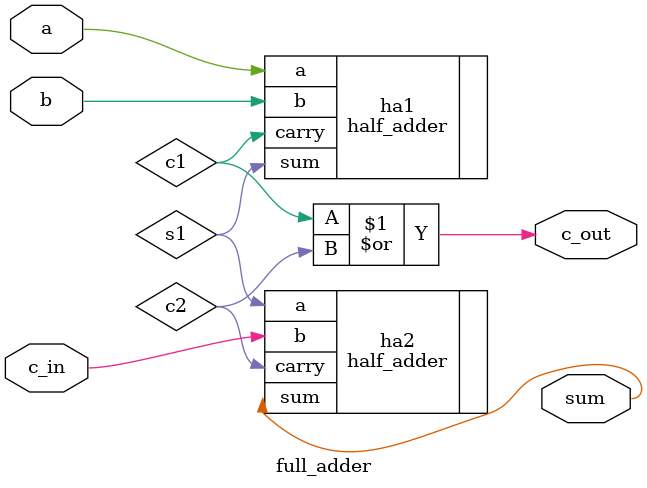
<source format=v>
module full_adder( a, b, c_in, c_out, sum);
  input a, b, c_in;
  output c_out, sum ;
  wire c1,c2, s1;
  half_adder ha1(.a(a), .b(b), .carry(c1), .sum(s1));
  half_adder ha2(.a(s1), .b(c_in), .carry(c2), .sum(sum));
  or u1(c_out, c1, c2);
endmodule

</source>
